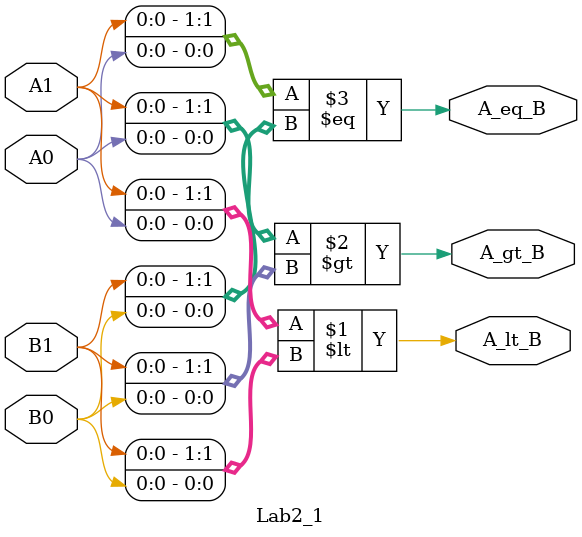
<source format=v>
module Lab2_1(A_lt_B, A_gt_B, A_eq_B, A1, A0, B1, B0);
	input	A1, A0, B1, B0;
	output	A_lt_B, A_gt_B, A_eq_B;

	assign A_lt_B = {A1, A0} < {B1, B0};
	assign A_gt_B = {A1, A0} > {B1, B0};
	assign A_eq_B = {A1, A0} == {B1, B0};

endmodule

</source>
